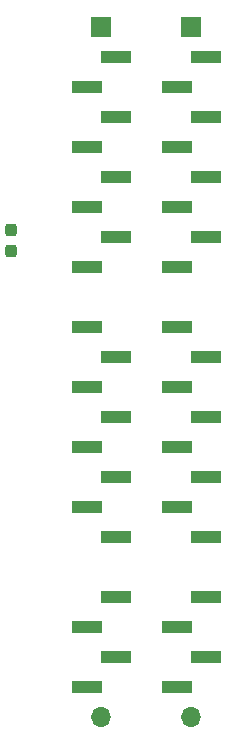
<source format=gbs>
G04 #@! TF.GenerationSoftware,KiCad,Pcbnew,9.0.6*
G04 #@! TF.CreationDate,2025-12-03T22:02:21+09:00*
G04 #@! TF.ProjectId,bionic-z380,62696f6e-6963-42d7-9a33-38302e6b6963,2*
G04 #@! TF.SameCoordinates,Original*
G04 #@! TF.FileFunction,Soldermask,Bot*
G04 #@! TF.FilePolarity,Negative*
%FSLAX46Y46*%
G04 Gerber Fmt 4.6, Leading zero omitted, Abs format (unit mm)*
G04 Created by KiCad (PCBNEW 9.0.6) date 2025-12-03 22:02:21*
%MOMM*%
%LPD*%
G01*
G04 APERTURE LIST*
G04 Aperture macros list*
%AMRoundRect*
0 Rectangle with rounded corners*
0 $1 Rounding radius*
0 $2 $3 $4 $5 $6 $7 $8 $9 X,Y pos of 4 corners*
0 Add a 4 corners polygon primitive as box body*
4,1,4,$2,$3,$4,$5,$6,$7,$8,$9,$2,$3,0*
0 Add four circle primitives for the rounded corners*
1,1,$1+$1,$2,$3*
1,1,$1+$1,$4,$5*
1,1,$1+$1,$6,$7*
1,1,$1+$1,$8,$9*
0 Add four rect primitives between the rounded corners*
20,1,$1+$1,$2,$3,$4,$5,0*
20,1,$1+$1,$4,$5,$6,$7,0*
20,1,$1+$1,$6,$7,$8,$9,0*
20,1,$1+$1,$8,$9,$2,$3,0*%
G04 Aperture macros list end*
%ADD10O,1.700000X1.700000*%
%ADD11R,2.510000X1.000000*%
%ADD12R,1.700000X1.700000*%
%ADD13RoundRect,0.237500X0.237500X-0.300000X0.237500X0.300000X-0.237500X0.300000X-0.237500X-0.300000X0*%
G04 APERTURE END LIST*
D10*
X117535400Y-133500000D03*
D11*
X116290800Y-130960000D03*
X118780000Y-128420000D03*
X116290800Y-125880000D03*
X118780000Y-123340000D03*
X118780000Y-118260000D03*
X116290800Y-115720000D03*
X118780000Y-113180000D03*
X116290800Y-110640000D03*
X118780000Y-108100000D03*
X116290800Y-105560000D03*
X118780000Y-103020000D03*
X116290800Y-100480000D03*
X116290800Y-95400000D03*
X118780000Y-92860000D03*
X116290800Y-90320000D03*
X118780000Y-87780000D03*
X116290800Y-85240000D03*
X118780000Y-82700000D03*
X116290800Y-80160000D03*
X118780000Y-77620000D03*
D12*
X117535400Y-75080000D03*
X109915400Y-75080000D03*
D11*
X111160000Y-77620000D03*
X108670800Y-80160000D03*
X111160000Y-82700000D03*
X108670800Y-85240000D03*
X111160000Y-87780000D03*
X108670800Y-90320000D03*
X111160000Y-92860000D03*
X108670800Y-95400000D03*
X108670800Y-100480000D03*
X111160000Y-103020000D03*
X108670800Y-105560000D03*
X111160000Y-108100000D03*
X108670800Y-110640000D03*
X111160000Y-113180000D03*
X108670800Y-115720000D03*
X111160000Y-118260000D03*
X111160000Y-123340000D03*
X108670800Y-125880000D03*
X111160000Y-128420000D03*
X108670800Y-130960000D03*
D10*
X109915400Y-133500000D03*
D13*
X102270000Y-94001900D03*
X102270000Y-92276900D03*
M02*

</source>
